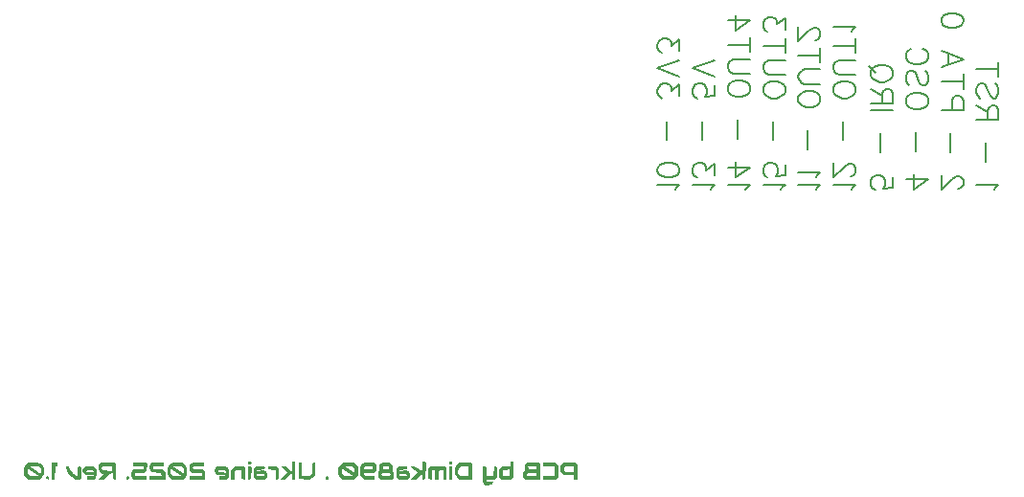
<source format=gbo>
G04 Layer: BottomSilkscreenLayer*
G04 EasyEDA v6.5.39, 2025-03-31 16:42:18*
G04 8c5cdcb6969146bda3c33439ce40f75b,8c5f514d37a848dc893bb94b3339d7fb,10*
G04 Gerber Generator version 0.2*
G04 Scale: 100 percent, Rotated: No, Reflected: No *
G04 Dimensions in millimeters *
G04 leading zeros omitted , absolute positions ,4 integer and 5 decimal *
%FSLAX45Y45*%
%MOMM*%

%ADD10C,0.2032*%

%LPD*%
G36*
X5207457Y5632551D02*
G01*
X5180076Y5630265D01*
X5177790Y5606796D01*
X5196484Y5602122D01*
X5207457Y5606338D01*
G37*
G36*
X4969713Y5632551D02*
G01*
X4942738Y5630265D01*
X4939080Y5540146D01*
X4887976Y5581142D01*
X4872685Y5585155D01*
X4844745Y5582818D01*
X4842865Y5575503D01*
X4897729Y5532475D01*
X4842357Y5476798D01*
X4842357Y5471464D01*
X4880152Y5471464D01*
X4939080Y5528056D01*
X4941214Y5471058D01*
X4971948Y5473293D01*
X4974082Y5608370D01*
G37*
G36*
X3820058Y5632551D02*
G01*
X3792677Y5630265D01*
X3790594Y5540857D01*
X3784447Y5540857D01*
X3774389Y5553049D01*
X3731615Y5584647D01*
X3695903Y5584647D01*
X3695903Y5575249D01*
X3747008Y5533491D01*
X3747008Y5527141D01*
X3692245Y5478119D01*
X3692245Y5471464D01*
X3730447Y5471464D01*
X3790848Y5531561D01*
X3790848Y5471464D01*
X3820058Y5471464D01*
G37*
G36*
X5718759Y5632094D02*
G01*
X5716778Y5502503D01*
X5654700Y5502503D01*
X5652566Y5551576D01*
X5669330Y5555386D01*
X5709462Y5557266D01*
X5709462Y5582818D01*
X5642051Y5582818D01*
X5622188Y5562904D01*
X5621832Y5498134D01*
X5631789Y5479592D01*
X5649569Y5471464D01*
X5725109Y5471464D01*
X5747816Y5492648D01*
X5747816Y5632094D01*
G37*
G36*
X3403600Y5632094D02*
G01*
X3399383Y5621121D01*
X3403955Y5602884D01*
X3425444Y5602884D01*
X3432657Y5616346D01*
X3428542Y5632094D01*
G37*
G36*
X5370423Y5621934D02*
G01*
X5271312Y5619242D01*
X5246319Y5604611D01*
X5229555Y5571845D01*
X5229399Y5531104D01*
X5257749Y5531104D01*
X5261000Y5570118D01*
X5278069Y5588304D01*
X5349849Y5588304D01*
X5349849Y5500674D01*
X5283657Y5500674D01*
X5269585Y5508193D01*
X5257749Y5531104D01*
X5229399Y5531104D01*
X5229352Y5518658D01*
X5243931Y5490057D01*
X5275630Y5471464D01*
X5373928Y5471464D01*
X5382717Y5480253D01*
X5382717Y5609691D01*
G37*
G36*
X5976010Y5621629D02*
G01*
X5863996Y5619343D01*
X5845606Y5597906D01*
X5849162Y5564581D01*
X5854090Y5552744D01*
X5843879Y5542534D01*
X5835446Y5526735D01*
X5835446Y5515813D01*
X5863996Y5515813D01*
X5876747Y5529884D01*
X5944819Y5529884D01*
X5949391Y5548122D01*
X5945174Y5559094D01*
X5894679Y5559094D01*
X5879642Y5571845D01*
X5877407Y5586476D01*
X5951677Y5588558D01*
X5954826Y5582818D01*
X5954115Y5502503D01*
X5866587Y5502503D01*
X5863996Y5515813D01*
X5835446Y5515813D01*
X5835446Y5486603D01*
X5854700Y5471464D01*
X5980684Y5471464D01*
X5985154Y5482996D01*
X5985154Y5612384D01*
G37*
G36*
X3849115Y5621629D02*
G01*
X3851097Y5473293D01*
X3945432Y5471261D01*
X3968953Y5482386D01*
X3991254Y5507786D01*
X3998925Y5535371D01*
X3998925Y5616295D01*
X3994099Y5621172D01*
X3974846Y5621172D01*
X3966108Y5612384D01*
X3966108Y5523941D01*
X3943705Y5502503D01*
X3880307Y5502503D01*
X3876649Y5619343D01*
G37*
G36*
X1715516Y5621477D02*
G01*
X1667713Y5619343D01*
X1665782Y5471464D01*
X1694942Y5471464D01*
X1696923Y5586476D01*
X1715211Y5589016D01*
X1720545Y5597448D01*
X1720697Y5616295D01*
G37*
G36*
X2505100Y5621324D02*
G01*
X2383332Y5619343D01*
X2383332Y5590133D01*
X2476449Y5588101D01*
X2476449Y5567832D01*
X2467660Y5559094D01*
X2390089Y5559094D01*
X2375154Y5542686D01*
X2366924Y5526735D01*
X2366924Y5503976D01*
X2377846Y5482844D01*
X2394102Y5471464D01*
X2504795Y5471464D01*
X2507742Y5487873D01*
X2505151Y5500471D01*
X2401620Y5502503D01*
X2401620Y5528056D01*
X2483205Y5530138D01*
X2504897Y5550357D01*
X2510078Y5605678D01*
G37*
G36*
X4596993Y5621172D02*
G01*
X4573168Y5609844D01*
X4564888Y5591606D01*
X4564888Y5570982D01*
X4593691Y5570982D01*
X4595876Y5586476D01*
X4643678Y5588609D01*
X4648860Y5583428D01*
X4648860Y5567832D01*
X4640072Y5559094D01*
X4605528Y5559094D01*
X4593691Y5570982D01*
X4564888Y5570982D01*
X4564888Y5548579D01*
X4557776Y5544159D01*
X4550930Y5518912D01*
X4582312Y5518912D01*
X4586528Y5529884D01*
X4656378Y5529884D01*
X4660392Y5519470D01*
X4657953Y5502503D01*
X4586986Y5500420D01*
X4582312Y5518912D01*
X4550930Y5518912D01*
X4549952Y5515305D01*
X4557725Y5486450D01*
X4578756Y5471464D01*
X4668926Y5471515D01*
X4689348Y5487873D01*
X4693158Y5528056D01*
X4679086Y5554980D01*
X4682337Y5590133D01*
X4665167Y5615381D01*
X4647031Y5620410D01*
G37*
G36*
X4436364Y5621172D02*
G01*
X4412691Y5609945D01*
X4396892Y5581853D01*
X4396892Y5560923D01*
X4427931Y5560923D01*
X4430471Y5579160D01*
X4437989Y5588304D01*
X4501591Y5588304D01*
X4506468Y5583428D01*
X4506468Y5566664D01*
X4491786Y5558790D01*
X4427931Y5560923D01*
X4396892Y5560923D01*
X4396892Y5512511D01*
X4408068Y5485841D01*
X4431588Y5471515D01*
X4517390Y5471464D01*
X4517390Y5500674D01*
X4441240Y5500674D01*
X4429760Y5512155D01*
X4429760Y5529884D01*
X4508449Y5529884D01*
X4526534Y5542330D01*
X4535424Y5553608D01*
X4535678Y5598261D01*
X4520895Y5617006D01*
X4504639Y5620156D01*
G37*
G36*
X2917494Y5621172D02*
G01*
X2893669Y5609844D01*
X2885389Y5591606D01*
X2885389Y5554472D01*
X2911195Y5530138D01*
X2993085Y5528056D01*
X2993085Y5502503D01*
X2885389Y5500471D01*
X2885389Y5471464D01*
X3024124Y5471464D01*
X3024124Y5537758D01*
X3002788Y5559094D01*
X2926029Y5559094D01*
X2914192Y5570982D01*
X2916428Y5586476D01*
X3003550Y5588558D01*
X3013151Y5596483D01*
X3013151Y5616295D01*
X3008274Y5621172D01*
G37*
G36*
X2119579Y5621172D02*
G01*
X2095957Y5616448D01*
X2082139Y5593791D01*
X2082139Y5558282D01*
X2097938Y5530138D01*
X2122271Y5518607D01*
X2122271Y5513019D01*
X2082139Y5478373D01*
X2082139Y5471464D01*
X2122932Y5471464D01*
X2172716Y5515711D01*
X2192934Y5521147D01*
X2200757Y5533542D01*
X2192731Y5546293D01*
X2125268Y5549950D01*
X2110994Y5567680D01*
X2113178Y5586476D01*
X2202434Y5588508D01*
X2204415Y5473293D01*
X2235454Y5471058D01*
X2235454Y5609691D01*
X2224024Y5621172D01*
G37*
G36*
X2744825Y5621121D02*
G01*
X2717393Y5613501D01*
X2699105Y5595213D01*
X2696229Y5588304D01*
X2814980Y5588304D01*
X2834233Y5569051D01*
X2834233Y5522569D01*
X2826969Y5522569D01*
X2826969Y5529732D01*
X2748432Y5581954D01*
X2741523Y5588304D01*
X2696229Y5588304D01*
X2688234Y5569153D01*
X2688234Y5533288D01*
X2717393Y5533288D01*
X2717393Y5562295D01*
X2724200Y5566511D01*
X2728925Y5558891D01*
X2804820Y5507990D01*
X2812338Y5507990D01*
X2812338Y5500674D01*
X2742488Y5500674D01*
X2727756Y5508548D01*
X2717393Y5533288D01*
X2688234Y5533288D01*
X2688234Y5523179D01*
X2701848Y5491378D01*
X2730601Y5471464D01*
X2824429Y5471464D01*
X2849473Y5490565D01*
X2863443Y5513476D01*
X2863443Y5572810D01*
X2852572Y5598820D01*
X2828798Y5616905D01*
X2806852Y5620054D01*
G37*
G36*
X2649880Y5620918D02*
G01*
X2550210Y5619343D01*
X2535986Y5606440D01*
X2526944Y5576214D01*
X2535986Y5543956D01*
X2554579Y5531713D01*
X2635250Y5528056D01*
X2637536Y5500674D01*
X2531364Y5500674D01*
X2526792Y5482437D01*
X2531008Y5471464D01*
X2669946Y5471464D01*
X2669946Y5525770D01*
X2663088Y5543804D01*
X2646680Y5559094D01*
X2571902Y5559094D01*
X2560015Y5570982D01*
X2562250Y5586476D01*
X2649423Y5588558D01*
X2659024Y5596483D01*
X2659024Y5616905D01*
G37*
G36*
X1543608Y5620867D02*
G01*
X1462125Y5618886D01*
X1436471Y5599328D01*
X1430935Y5588304D01*
X1551584Y5588304D01*
X1562760Y5575503D01*
X1570990Y5559552D01*
X1570990Y5534152D01*
X1566672Y5522925D01*
X1550924Y5537657D01*
X1475536Y5588304D01*
X1430935Y5588304D01*
X1424940Y5576214D01*
X1424940Y5570067D01*
X1461465Y5570067D01*
X1461719Y5560923D01*
X1539951Y5507990D01*
X1549095Y5507990D01*
X1549095Y5500674D01*
X1473047Y5500674D01*
X1454150Y5523128D01*
X1454150Y5570067D01*
X1424940Y5570067D01*
X1424940Y5513476D01*
X1438910Y5490565D01*
X1463954Y5471464D01*
X1557832Y5471464D01*
X1585061Y5490362D01*
X1600200Y5522518D01*
X1600200Y5569153D01*
X1589836Y5593791D01*
X1567942Y5614670D01*
G37*
G36*
X6114745Y5620816D02*
G01*
X6008979Y5619343D01*
X6006388Y5605983D01*
X6010808Y5588304D01*
X6113170Y5588304D01*
X6111087Y5502503D01*
X6008878Y5498846D01*
X6006592Y5471464D01*
X6122060Y5471515D01*
X6143955Y5489041D01*
X6143955Y5598464D01*
X6129324Y5614720D01*
G37*
G36*
X4322064Y5620613D02*
G01*
X4240580Y5618886D01*
X4213555Y5598261D01*
X4209032Y5588304D01*
X4327906Y5588304D01*
X4345787Y5569000D01*
X4345787Y5518912D01*
X4339336Y5518912D01*
X4335881Y5531713D01*
X4259986Y5582462D01*
X4253077Y5588304D01*
X4209032Y5588304D01*
X4199890Y5568238D01*
X4199771Y5535523D01*
X4232097Y5535523D01*
X4234434Y5568238D01*
X4239615Y5560263D01*
X4314748Y5509209D01*
X4329379Y5502503D01*
X4254652Y5500420D01*
X4236466Y5512358D01*
X4232097Y5535523D01*
X4199771Y5535523D01*
X4199737Y5528919D01*
X4208373Y5500116D01*
X4240936Y5471464D01*
X4335983Y5471464D01*
X4361027Y5490565D01*
X4374997Y5513476D01*
X4374997Y5577687D01*
X4364075Y5598871D01*
X4340301Y5616854D01*
G37*
G36*
X6282690Y5620562D02*
G01*
X6190081Y5619089D01*
X6174232Y5604764D01*
X6164021Y5585002D01*
X6164021Y5541162D01*
X6172098Y5523484D01*
X6199733Y5507990D01*
X6277660Y5507990D01*
X6275374Y5535371D01*
X6206286Y5537504D01*
X6193231Y5549290D01*
X6193485Y5575503D01*
X6203340Y5588558D01*
X6282690Y5586476D01*
X6284722Y5471464D01*
X6314186Y5471464D01*
X6311900Y5602173D01*
X6298336Y5617108D01*
G37*
G36*
X4805730Y5585460D02*
G01*
X4728311Y5582615D01*
X4710938Y5560923D01*
X4710887Y5495899D01*
X4729530Y5471464D01*
X4813706Y5471464D01*
X4835042Y5492800D01*
X4834991Y5520740D01*
X4820869Y5543956D01*
X4789424Y5548630D01*
X4749241Y5546293D01*
X4749241Y5520740D01*
X4801616Y5517083D01*
X4806746Y5511952D01*
X4802276Y5500370D01*
X4741926Y5502503D01*
X4741926Y5553608D01*
X4807661Y5557266D01*
X4810048Y5574233D01*
G37*
G36*
X3546144Y5585460D02*
G01*
X3469538Y5582666D01*
X3453129Y5566206D01*
X3453129Y5490311D01*
X3470808Y5471464D01*
X3554069Y5471464D01*
X3575405Y5492800D01*
X3575405Y5519623D01*
X3562756Y5541060D01*
X3537102Y5548630D01*
X3489604Y5546293D01*
X3489604Y5520740D01*
X3541979Y5517083D01*
X3547110Y5511952D01*
X3542690Y5500370D01*
X3482340Y5502503D01*
X3480155Y5551576D01*
X3496919Y5555386D01*
X3548024Y5557266D01*
X3550462Y5574233D01*
G37*
G36*
X5207457Y5585104D02*
G01*
X5180076Y5582818D01*
X5178044Y5471464D01*
X5207457Y5471464D01*
G37*
G36*
X5596534Y5585002D02*
G01*
X5574385Y5582818D01*
X5570728Y5502503D01*
X5514136Y5500370D01*
X5514136Y5471464D01*
X5579110Y5471464D01*
X5601766Y5492648D01*
X5601766Y5579770D01*
G37*
G36*
X3424529Y5585002D02*
G01*
X3401974Y5582818D01*
X3399993Y5471058D01*
X3431184Y5473293D01*
X3433216Y5574538D01*
G37*
G36*
X5147513Y5584748D02*
G01*
X5014112Y5582818D01*
X4993843Y5562600D01*
X4993843Y5473293D01*
X5024882Y5471058D01*
X5024882Y5551627D01*
X5043119Y5556250D01*
X5054092Y5552033D01*
X5054092Y5471464D01*
X5083302Y5471464D01*
X5083302Y5547258D01*
X5093716Y5555894D01*
X5125313Y5553608D01*
X5127345Y5471464D01*
X5156352Y5471464D01*
X5156352Y5575909D01*
G37*
G36*
X5478424Y5584647D02*
G01*
X5474004Y5573115D01*
X5474004Y5462320D01*
X5481726Y5434584D01*
X5504992Y5420207D01*
X5563412Y5422188D01*
X5565698Y5449570D01*
X5515610Y5449570D01*
X5506821Y5458307D01*
X5506821Y5580380D01*
X5497728Y5584088D01*
G37*
G36*
X3289909Y5584647D02*
G01*
X3264204Y5572455D01*
X3250488Y5549950D01*
X3250488Y5471464D01*
X3279698Y5471464D01*
X3279698Y5540298D01*
X3298901Y5555437D01*
X3345179Y5555437D01*
X3347212Y5473293D01*
X3378250Y5471058D01*
X3378250Y5573166D01*
X3366770Y5584647D01*
G37*
G36*
X1973681Y5584647D02*
G01*
X1951278Y5576824D01*
X1939747Y5552490D01*
X1939747Y5540095D01*
X1951024Y5516270D01*
X1969312Y5507990D01*
X2026513Y5507990D01*
X2030323Y5522569D01*
X2026513Y5537200D01*
X1973021Y5537200D01*
X1968296Y5544820D01*
X1977136Y5555437D01*
X2024176Y5555437D01*
X2038299Y5547868D01*
X2038299Y5512206D01*
X2033879Y5500674D01*
X1980692Y5500674D01*
X1976272Y5489143D01*
X1976272Y5471464D01*
X2040991Y5471464D01*
X2059686Y5486196D01*
X2068322Y5512358D01*
X2065375Y5558993D01*
X2050440Y5579008D01*
X2032863Y5583936D01*
G37*
G36*
X1793443Y5584647D02*
G01*
X1789480Y5574233D01*
X1813763Y5525109D01*
X1845868Y5489295D01*
X1881073Y5471464D01*
X1920697Y5471464D01*
X1925116Y5482996D01*
X1925116Y5579770D01*
X1920239Y5584647D01*
X1901037Y5584647D01*
X1892249Y5575909D01*
X1892249Y5505551D01*
X1887931Y5501182D01*
X1861261Y5516067D01*
X1851355Y5524093D01*
X1828038Y5560923D01*
X1818386Y5584647D01*
G37*
G36*
X3197555Y5584393D02*
G01*
X3126841Y5582564D01*
X3112973Y5570016D01*
X3105759Y5546293D01*
X3111855Y5523026D01*
X3133344Y5507685D01*
X3193897Y5509818D01*
X3193897Y5535371D01*
X3139135Y5539028D01*
X3139135Y5553608D01*
X3192729Y5555792D01*
X3203346Y5547004D01*
X3201162Y5502503D01*
X3146399Y5498846D01*
X3144164Y5471464D01*
X3208477Y5471515D01*
X3230372Y5489041D01*
X3232912Y5554472D01*
X3221177Y5577179D01*
G37*
G36*
X3646627Y5584342D02*
G01*
X3577234Y5582818D01*
X3577234Y5557266D01*
X3628339Y5555386D01*
X3644798Y5551627D01*
X3644798Y5471058D01*
X3675837Y5473293D01*
X3675837Y5561990D01*
X3661206Y5578195D01*
G37*
G36*
X1635506Y5501030D02*
G01*
X1621028Y5498846D01*
X1613001Y5486095D01*
X1621028Y5473293D01*
X1640078Y5471007D01*
X1644802Y5489803D01*
G37*
G36*
X4094784Y5500674D02*
G01*
X4085742Y5489803D01*
X4090365Y5471464D01*
X4112107Y5471464D01*
X4112107Y5478170D01*
X4116222Y5488787D01*
X4104284Y5500674D01*
G37*
G36*
X2344115Y5500674D02*
G01*
X2335885Y5500420D01*
X2323084Y5490718D01*
X2323084Y5479643D01*
X2333650Y5470906D01*
X2350465Y5473293D01*
X2352852Y5490108D01*
G37*
D10*
X9997440Y8032196D02*
G01*
X10006675Y8050669D01*
X10034384Y8078378D01*
X9840422Y8078378D01*
X9923548Y8281578D02*
G01*
X9923548Y8447831D01*
X10034384Y8651031D02*
G01*
X9840422Y8651031D01*
X10034384Y8651031D02*
G01*
X10034384Y8734160D01*
X10025148Y8761869D01*
X10015913Y8771105D01*
X9997440Y8780340D01*
X9978966Y8780340D01*
X9960493Y8771105D01*
X9951257Y8761869D01*
X9942022Y8734160D01*
X9942022Y8651031D01*
X9942022Y8715687D02*
G01*
X9840422Y8780340D01*
X10006675Y8970611D02*
G01*
X10025148Y8952138D01*
X10034384Y8924429D01*
X10034384Y8887482D01*
X10025148Y8859774D01*
X10006675Y8841300D01*
X9988202Y8841300D01*
X9969731Y8850538D01*
X9960493Y8859774D01*
X9951257Y8878247D01*
X9932784Y8933665D01*
X9923548Y8952138D01*
X9914313Y8961374D01*
X9895840Y8970611D01*
X9868131Y8970611D01*
X9849657Y8952138D01*
X9840422Y8924429D01*
X9840422Y8887482D01*
X9849657Y8859774D01*
X9868131Y8841300D01*
X10034384Y9096225D02*
G01*
X9840422Y9096225D01*
X10034384Y9031571D02*
G01*
X10034384Y9160880D01*
X9676988Y8041431D02*
G01*
X9686226Y8041431D01*
X9704699Y8050669D01*
X9713935Y8059905D01*
X9723170Y8078378D01*
X9723170Y8115322D01*
X9713935Y8133796D01*
X9704699Y8143031D01*
X9686226Y8152269D01*
X9667753Y8152269D01*
X9649279Y8143031D01*
X9621570Y8124560D01*
X9529208Y8032196D01*
X9529208Y8161505D01*
X9612335Y8364705D02*
G01*
X9612335Y8530960D01*
X9723170Y8734160D02*
G01*
X9529208Y8734160D01*
X9723170Y8734160D02*
G01*
X9723170Y8817287D01*
X9713935Y8844996D01*
X9704699Y8854231D01*
X9686226Y8863469D01*
X9658517Y8863469D01*
X9640044Y8854231D01*
X9630808Y8844996D01*
X9621570Y8817287D01*
X9621570Y8734160D01*
X9723170Y8989082D02*
G01*
X9529208Y8989082D01*
X9723170Y8924429D02*
G01*
X9723170Y9053738D01*
X9723170Y9188589D02*
G01*
X9529208Y9114698D01*
X9723170Y9188589D02*
G01*
X9529208Y9262480D01*
X9593861Y9142407D02*
G01*
X9593861Y9234771D01*
X9723170Y9521098D02*
G01*
X9713935Y9493389D01*
X9686226Y9474916D01*
X9640044Y9465680D01*
X9612335Y9465680D01*
X9566153Y9474916D01*
X9538444Y9493389D01*
X9529208Y9521098D01*
X9529208Y9539571D01*
X9538444Y9567280D01*
X9566153Y9585751D01*
X9612335Y9594989D01*
X9640044Y9594989D01*
X9686226Y9585751D01*
X9713935Y9567280D01*
X9723170Y9539571D01*
X9723170Y9521098D01*
X9411957Y8124560D02*
G01*
X9282648Y8032196D01*
X9282648Y8170740D01*
X9411957Y8124560D02*
G01*
X9217995Y8124560D01*
X9301121Y8373940D02*
G01*
X9301121Y8540196D01*
X9411957Y8798813D02*
G01*
X9402721Y8780340D01*
X9384248Y8761869D01*
X9365775Y8752631D01*
X9338066Y8743396D01*
X9291886Y8743396D01*
X9264175Y8752631D01*
X9245704Y8761869D01*
X9227230Y8780340D01*
X9217995Y8798813D01*
X9217995Y8835760D01*
X9227230Y8854231D01*
X9245704Y8872705D01*
X9264175Y8881940D01*
X9291886Y8891178D01*
X9338066Y8891178D01*
X9365775Y8881940D01*
X9384248Y8872705D01*
X9402721Y8854231D01*
X9411957Y8835760D01*
X9411957Y8798813D01*
X9384248Y9081447D02*
G01*
X9402721Y9062974D01*
X9411957Y9035265D01*
X9411957Y8998320D01*
X9402721Y8970611D01*
X9384248Y8952138D01*
X9365775Y8952138D01*
X9347304Y8961374D01*
X9338066Y8970611D01*
X9328830Y8989082D01*
X9310357Y9044500D01*
X9301121Y9062974D01*
X9291886Y9072211D01*
X9273413Y9081447D01*
X9245704Y9081447D01*
X9227230Y9062974D01*
X9217995Y9035265D01*
X9217995Y8998320D01*
X9227230Y8970611D01*
X9245704Y8952138D01*
X9365775Y9280951D02*
G01*
X9384248Y9271716D01*
X9402721Y9253242D01*
X9411957Y9234771D01*
X9411957Y9197825D01*
X9402721Y9179351D01*
X9384248Y9160880D01*
X9365775Y9151642D01*
X9338066Y9142407D01*
X9291886Y9142407D01*
X9264175Y9151642D01*
X9245704Y9160880D01*
X9227230Y9179351D01*
X9217995Y9197825D01*
X9217995Y9234771D01*
X9227230Y9253242D01*
X9245704Y9271716D01*
X9264175Y9280951D01*
X9100741Y8143031D02*
G01*
X9100741Y8050669D01*
X9017614Y8041431D01*
X9026850Y8050669D01*
X9036088Y8078378D01*
X9036088Y8106087D01*
X9026850Y8133796D01*
X9008379Y8152269D01*
X8980670Y8161505D01*
X8962196Y8161505D01*
X8934488Y8152269D01*
X8916014Y8133796D01*
X8906779Y8106087D01*
X8906779Y8078378D01*
X8916014Y8050669D01*
X8925250Y8041431D01*
X8943723Y8032196D01*
X8989905Y8364705D02*
G01*
X8989905Y8530960D01*
X9100741Y8734160D02*
G01*
X8906779Y8734160D01*
X9100741Y8795120D02*
G01*
X8906779Y8795120D01*
X9100741Y8795120D02*
G01*
X9100741Y8878247D01*
X9091505Y8905956D01*
X9082270Y8915191D01*
X9063796Y8924429D01*
X9045323Y8924429D01*
X9026850Y8915191D01*
X9017614Y8905956D01*
X9008379Y8878247D01*
X9008379Y8795120D01*
X9008379Y8859774D02*
G01*
X8906779Y8924429D01*
X9100741Y9040807D02*
G01*
X9091505Y9022334D01*
X9073032Y9003860D01*
X9054558Y8994625D01*
X9026850Y8985389D01*
X8980670Y8985389D01*
X8952958Y8994625D01*
X8934488Y9003860D01*
X8916014Y9022334D01*
X8906779Y9040807D01*
X8906779Y9077751D01*
X8916014Y9096225D01*
X8934488Y9114698D01*
X8952958Y9123934D01*
X8980670Y9133171D01*
X9026850Y9133171D01*
X9054558Y9123934D01*
X9073032Y9114698D01*
X9091505Y9096225D01*
X9100741Y9077751D01*
X9100741Y9040807D01*
X8943723Y9068516D02*
G01*
X8888305Y9123934D01*
X8734110Y8032196D02*
G01*
X8743345Y8050669D01*
X8771054Y8078378D01*
X8577092Y8078378D01*
X8724872Y8148573D02*
G01*
X8734110Y8148573D01*
X8752583Y8157811D01*
X8761818Y8167047D01*
X8771054Y8185520D01*
X8771054Y8222465D01*
X8761818Y8240938D01*
X8752583Y8250173D01*
X8734110Y8259411D01*
X8715636Y8259411D01*
X8697163Y8250173D01*
X8669454Y8231700D01*
X8577092Y8139338D01*
X8577092Y8268647D01*
X8660218Y8471847D02*
G01*
X8660218Y8638100D01*
X8771054Y8896720D02*
G01*
X8761818Y8878247D01*
X8743345Y8859774D01*
X8724872Y8850538D01*
X8697163Y8841300D01*
X8650983Y8841300D01*
X8623272Y8850538D01*
X8604801Y8859774D01*
X8586327Y8878247D01*
X8577092Y8896720D01*
X8577092Y8933665D01*
X8586327Y8952138D01*
X8604801Y8970611D01*
X8623272Y8979847D01*
X8650983Y8989082D01*
X8697163Y8989082D01*
X8724872Y8979847D01*
X8743345Y8970611D01*
X8761818Y8952138D01*
X8771054Y8933665D01*
X8771054Y8896720D01*
X8771054Y9050042D02*
G01*
X8632510Y9050042D01*
X8604801Y9059280D01*
X8586327Y9077751D01*
X8577092Y9105460D01*
X8577092Y9123934D01*
X8586327Y9151642D01*
X8604801Y9170116D01*
X8632510Y9179351D01*
X8771054Y9179351D01*
X8771054Y9304967D02*
G01*
X8577092Y9304967D01*
X8771054Y9240311D02*
G01*
X8771054Y9369620D01*
X8734110Y9430580D02*
G01*
X8743345Y9449054D01*
X8771054Y9476762D01*
X8577092Y9476762D01*
X8422896Y8032196D02*
G01*
X8432131Y8050669D01*
X8459840Y8078378D01*
X8265878Y8078378D01*
X8422896Y8139338D02*
G01*
X8432131Y8157811D01*
X8459840Y8185520D01*
X8265878Y8185520D01*
X8349005Y8388720D02*
G01*
X8349005Y8554974D01*
X8459840Y8813591D02*
G01*
X8450605Y8795120D01*
X8432131Y8776647D01*
X8413658Y8767411D01*
X8385949Y8758174D01*
X8339769Y8758174D01*
X8312058Y8767411D01*
X8293587Y8776647D01*
X8275114Y8795120D01*
X8265878Y8813591D01*
X8265878Y8850538D01*
X8275114Y8869011D01*
X8293587Y8887482D01*
X8312058Y8896720D01*
X8339769Y8905956D01*
X8385949Y8905956D01*
X8413658Y8896720D01*
X8432131Y8887482D01*
X8450605Y8869011D01*
X8459840Y8850538D01*
X8459840Y8813591D01*
X8459840Y8966916D02*
G01*
X8321296Y8966916D01*
X8293587Y8976151D01*
X8275114Y8994625D01*
X8265878Y9022334D01*
X8265878Y9040807D01*
X8275114Y9068516D01*
X8293587Y9086989D01*
X8321296Y9096225D01*
X8459840Y9096225D01*
X8459840Y9221840D02*
G01*
X8265878Y9221840D01*
X8459840Y9157185D02*
G01*
X8459840Y9286494D01*
X8413658Y9356691D02*
G01*
X8422896Y9356691D01*
X8441369Y9365927D01*
X8450605Y9375162D01*
X8459840Y9393636D01*
X8459840Y9430580D01*
X8450605Y9449054D01*
X8441369Y9458291D01*
X8422896Y9467527D01*
X8404423Y9467527D01*
X8385949Y9458291D01*
X8358240Y9439818D01*
X8265878Y9347454D01*
X8265878Y9476762D01*
X8111683Y8032196D02*
G01*
X8120918Y8050669D01*
X8148627Y8078378D01*
X7954665Y8078378D01*
X8148627Y8250173D02*
G01*
X8148627Y8157811D01*
X8065500Y8148573D01*
X8074736Y8157811D01*
X8083974Y8185520D01*
X8083974Y8213229D01*
X8074736Y8240938D01*
X8056265Y8259411D01*
X8028556Y8268647D01*
X8010083Y8268647D01*
X7982374Y8259411D01*
X7963900Y8240938D01*
X7954665Y8213229D01*
X7954665Y8185520D01*
X7963900Y8157811D01*
X7973136Y8148573D01*
X7991609Y8139338D01*
X8037791Y8471847D02*
G01*
X8037791Y8638100D01*
X8148627Y8896720D02*
G01*
X8139391Y8878247D01*
X8120918Y8859774D01*
X8102445Y8850538D01*
X8074736Y8841300D01*
X8028556Y8841300D01*
X8000845Y8850538D01*
X7982374Y8859774D01*
X7963900Y8878247D01*
X7954665Y8896720D01*
X7954665Y8933665D01*
X7963900Y8952138D01*
X7982374Y8970611D01*
X8000845Y8979847D01*
X8028556Y8989082D01*
X8074736Y8989082D01*
X8102445Y8979847D01*
X8120918Y8970611D01*
X8139391Y8952138D01*
X8148627Y8933665D01*
X8148627Y8896720D01*
X8148627Y9050042D02*
G01*
X8010083Y9050042D01*
X7982374Y9059280D01*
X7963900Y9077751D01*
X7954665Y9105460D01*
X7954665Y9123934D01*
X7963900Y9151642D01*
X7982374Y9170116D01*
X8010083Y9179351D01*
X8148627Y9179351D01*
X8148627Y9304967D02*
G01*
X7954665Y9304967D01*
X8148627Y9240311D02*
G01*
X8148627Y9369620D01*
X8148627Y9449054D02*
G01*
X8148627Y9550654D01*
X8074736Y9495236D01*
X8074736Y9522945D01*
X8065500Y9541418D01*
X8056265Y9550654D01*
X8028556Y9559891D01*
X8010083Y9559891D01*
X7982374Y9550654D01*
X7963900Y9532180D01*
X7954665Y9504471D01*
X7954665Y9476762D01*
X7963900Y9449054D01*
X7973136Y9439818D01*
X7991609Y9430580D01*
X7800466Y8032196D02*
G01*
X7809702Y8050669D01*
X7837411Y8078378D01*
X7643449Y8078378D01*
X7837411Y8231700D02*
G01*
X7708102Y8139338D01*
X7708102Y8277882D01*
X7837411Y8231700D02*
G01*
X7643449Y8231700D01*
X7726575Y8481082D02*
G01*
X7726575Y8647338D01*
X7837411Y8905956D02*
G01*
X7828175Y8887482D01*
X7809702Y8869011D01*
X7791229Y8859774D01*
X7763520Y8850538D01*
X7717340Y8850538D01*
X7689629Y8859774D01*
X7671158Y8869011D01*
X7652684Y8887482D01*
X7643449Y8905956D01*
X7643449Y8942900D01*
X7652684Y8961374D01*
X7671158Y8979847D01*
X7689629Y8989082D01*
X7717340Y8998320D01*
X7763520Y8998320D01*
X7791229Y8989082D01*
X7809702Y8979847D01*
X7828175Y8961374D01*
X7837411Y8942900D01*
X7837411Y8905956D01*
X7837411Y9059280D02*
G01*
X7698866Y9059280D01*
X7671158Y9068516D01*
X7652684Y9086989D01*
X7643449Y9114698D01*
X7643449Y9133171D01*
X7652684Y9160880D01*
X7671158Y9179351D01*
X7698866Y9188589D01*
X7837411Y9188589D01*
X7837411Y9314202D02*
G01*
X7643449Y9314202D01*
X7837411Y9249549D02*
G01*
X7837411Y9378858D01*
X7837411Y9532180D02*
G01*
X7708102Y9439818D01*
X7708102Y9578362D01*
X7837411Y9532180D02*
G01*
X7643449Y9532180D01*
X7489253Y8032196D02*
G01*
X7498488Y8050669D01*
X7526197Y8078378D01*
X7332235Y8078378D01*
X7526197Y8157811D02*
G01*
X7526197Y8259411D01*
X7452306Y8203991D01*
X7452306Y8231700D01*
X7443071Y8250173D01*
X7433835Y8259411D01*
X7406126Y8268647D01*
X7387653Y8268647D01*
X7359944Y8259411D01*
X7341471Y8240938D01*
X7332235Y8213229D01*
X7332235Y8185520D01*
X7341471Y8157811D01*
X7350706Y8148573D01*
X7369180Y8139338D01*
X7415362Y8471847D02*
G01*
X7415362Y8638100D01*
X7526197Y8952138D02*
G01*
X7526197Y8859774D01*
X7443071Y8850538D01*
X7452306Y8859774D01*
X7461544Y8887482D01*
X7461544Y8915191D01*
X7452306Y8942900D01*
X7433835Y8961374D01*
X7406126Y8970611D01*
X7387653Y8970611D01*
X7359944Y8961374D01*
X7341471Y8942900D01*
X7332235Y8915191D01*
X7332235Y8887482D01*
X7341471Y8859774D01*
X7350706Y8850538D01*
X7369180Y8841300D01*
X7526197Y9031571D02*
G01*
X7332235Y9105460D01*
X7526197Y9179351D02*
G01*
X7332235Y9105460D01*
X7178040Y8032196D02*
G01*
X7187275Y8050669D01*
X7214984Y8078378D01*
X7021022Y8078378D01*
X7214984Y8194756D02*
G01*
X7205748Y8167047D01*
X7178040Y8148573D01*
X7131857Y8139338D01*
X7104148Y8139338D01*
X7057966Y8148573D01*
X7030257Y8167047D01*
X7021022Y8194756D01*
X7021022Y8213229D01*
X7030257Y8240938D01*
X7057966Y8259411D01*
X7104148Y8268647D01*
X7131857Y8268647D01*
X7178040Y8259411D01*
X7205748Y8240938D01*
X7214984Y8213229D01*
X7214984Y8194756D01*
X7104148Y8471847D02*
G01*
X7104148Y8638100D01*
X7214984Y8859774D02*
G01*
X7214984Y8961374D01*
X7141093Y8905956D01*
X7141093Y8933665D01*
X7131857Y8952138D01*
X7122622Y8961374D01*
X7094913Y8970611D01*
X7076440Y8970611D01*
X7048731Y8961374D01*
X7030257Y8942900D01*
X7021022Y8915191D01*
X7021022Y8887482D01*
X7030257Y8859774D01*
X7039493Y8850538D01*
X7057966Y8841300D01*
X7214984Y9031571D02*
G01*
X7021022Y9105460D01*
X7214984Y9179351D02*
G01*
X7021022Y9105460D01*
X7214984Y9258785D02*
G01*
X7214984Y9360385D01*
X7141093Y9304967D01*
X7141093Y9332676D01*
X7131857Y9351149D01*
X7122622Y9360385D01*
X7094913Y9369620D01*
X7076440Y9369620D01*
X7048731Y9360385D01*
X7030257Y9341911D01*
X7021022Y9314202D01*
X7021022Y9286494D01*
X7030257Y9258785D01*
X7039493Y9249549D01*
X7057966Y9240311D01*
M02*

</source>
